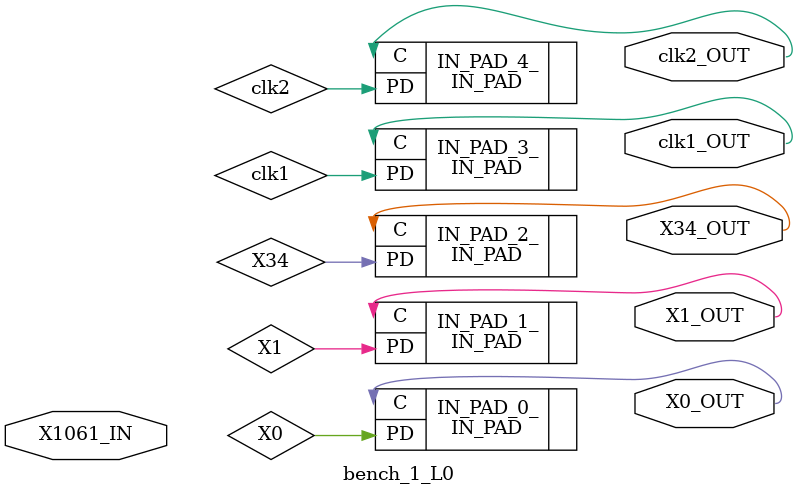
<source format=v>
module bench_1_L0 (clk1_OUT ,X0_OUT ,X34_OUT ,clk2_OUT ,X1_OUT,X1061_IN);

output clk1_OUT ,X0_OUT ,X34_OUT ,clk2_OUT ,X1_OUT;

input X1061_IN;

IN_PAD IN_PAD_3_ ( .PD(clk1) , .C(clk1_OUT) );
IN_PAD IN_PAD_0_ ( .PD(X0) , .C(X0_OUT) );
IN_PAD IN_PAD_2_ ( .PD(X34) , .C(X34_OUT) );
IN_PAD IN_PAD_4_ ( .PD(clk2) , .C(clk2_OUT) );
IN_PAD IN_PAD_1_ ( .PD(X1) , .C(X1_OUT) );
OUT_PAD OUT_PAD_0_ ( .I(X1061_IN) , .PD(X1061) );
endmodule

</source>
